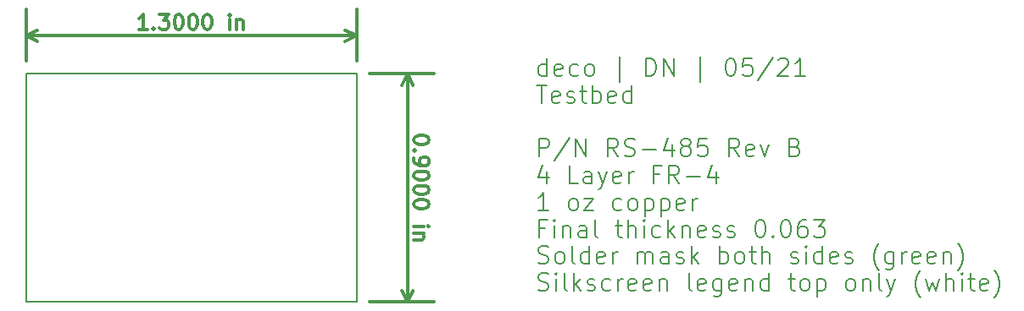
<source format=gbr>
%TF.GenerationSoftware,KiCad,Pcbnew,4.0.2-stable*%
%TF.CreationDate,2021-11-11T14:40:34-08:00*%
%TF.ProjectId,RS485,52533438352E6B696361645F70636200,rev?*%
%TF.FileFunction,Drawing*%
%FSLAX46Y46*%
G04 Gerber Fmt 4.6, Leading zero omitted, Abs format (unit mm)*
G04 Created by KiCad (PCBNEW 4.0.2-stable) date 11/11/2021 2:40:34 PM*
%MOMM*%
G01*
G04 APERTURE LIST*
%ADD10C,0.100000*%
%ADD11C,0.203200*%
%ADD12C,0.300000*%
%ADD13C,0.150000*%
G04 APERTURE END LIST*
D10*
D11*
X222165333Y-85284733D02*
X222165333Y-83506733D01*
X222165333Y-85200067D02*
X221996000Y-85284733D01*
X221657333Y-85284733D01*
X221488000Y-85200067D01*
X221403333Y-85115400D01*
X221318667Y-84946067D01*
X221318667Y-84438067D01*
X221403333Y-84268733D01*
X221488000Y-84184067D01*
X221657333Y-84099400D01*
X221996000Y-84099400D01*
X222165333Y-84184067D01*
X223689334Y-85200067D02*
X223520000Y-85284733D01*
X223181334Y-85284733D01*
X223012000Y-85200067D01*
X222927334Y-85030733D01*
X222927334Y-84353400D01*
X223012000Y-84184067D01*
X223181334Y-84099400D01*
X223520000Y-84099400D01*
X223689334Y-84184067D01*
X223774000Y-84353400D01*
X223774000Y-84522733D01*
X222927334Y-84692067D01*
X225298000Y-85200067D02*
X225128667Y-85284733D01*
X224790000Y-85284733D01*
X224620667Y-85200067D01*
X224536000Y-85115400D01*
X224451334Y-84946067D01*
X224451334Y-84438067D01*
X224536000Y-84268733D01*
X224620667Y-84184067D01*
X224790000Y-84099400D01*
X225128667Y-84099400D01*
X225298000Y-84184067D01*
X226314000Y-85284733D02*
X226144667Y-85200067D01*
X226060000Y-85115400D01*
X225975334Y-84946067D01*
X225975334Y-84438067D01*
X226060000Y-84268733D01*
X226144667Y-84184067D01*
X226314000Y-84099400D01*
X226568000Y-84099400D01*
X226737334Y-84184067D01*
X226822000Y-84268733D01*
X226906667Y-84438067D01*
X226906667Y-84946067D01*
X226822000Y-85115400D01*
X226737334Y-85200067D01*
X226568000Y-85284733D01*
X226314000Y-85284733D01*
X229446668Y-85877400D02*
X229446668Y-83337400D01*
X232071334Y-85284733D02*
X232071334Y-83506733D01*
X232494668Y-83506733D01*
X232748668Y-83591400D01*
X232918001Y-83760733D01*
X233002668Y-83930067D01*
X233087334Y-84268733D01*
X233087334Y-84522733D01*
X233002668Y-84861400D01*
X232918001Y-85030733D01*
X232748668Y-85200067D01*
X232494668Y-85284733D01*
X232071334Y-85284733D01*
X233849334Y-85284733D02*
X233849334Y-83506733D01*
X234865334Y-85284733D01*
X234865334Y-83506733D01*
X237490002Y-85877400D02*
X237490002Y-83337400D01*
X240453335Y-83506733D02*
X240622668Y-83506733D01*
X240792002Y-83591400D01*
X240876668Y-83676067D01*
X240961335Y-83845400D01*
X241046002Y-84184067D01*
X241046002Y-84607400D01*
X240961335Y-84946067D01*
X240876668Y-85115400D01*
X240792002Y-85200067D01*
X240622668Y-85284733D01*
X240453335Y-85284733D01*
X240284002Y-85200067D01*
X240199335Y-85115400D01*
X240114668Y-84946067D01*
X240030002Y-84607400D01*
X240030002Y-84184067D01*
X240114668Y-83845400D01*
X240199335Y-83676067D01*
X240284002Y-83591400D01*
X240453335Y-83506733D01*
X242654668Y-83506733D02*
X241808001Y-83506733D01*
X241723335Y-84353400D01*
X241808001Y-84268733D01*
X241977335Y-84184067D01*
X242400668Y-84184067D01*
X242570001Y-84268733D01*
X242654668Y-84353400D01*
X242739335Y-84522733D01*
X242739335Y-84946067D01*
X242654668Y-85115400D01*
X242570001Y-85200067D01*
X242400668Y-85284733D01*
X241977335Y-85284733D01*
X241808001Y-85200067D01*
X241723335Y-85115400D01*
X244771334Y-83422067D02*
X243247334Y-85708067D01*
X245279335Y-83676067D02*
X245364001Y-83591400D01*
X245533335Y-83506733D01*
X245956668Y-83506733D01*
X246126001Y-83591400D01*
X246210668Y-83676067D01*
X246295335Y-83845400D01*
X246295335Y-84014733D01*
X246210668Y-84268733D01*
X245194668Y-85284733D01*
X246295335Y-85284733D01*
X247988668Y-85284733D02*
X246972668Y-85284733D01*
X247480668Y-85284733D02*
X247480668Y-83506733D01*
X247311334Y-83760733D01*
X247142001Y-83930067D01*
X246972668Y-84014733D01*
X221149333Y-86199133D02*
X222165333Y-86199133D01*
X221657333Y-87977133D02*
X221657333Y-86199133D01*
X223435334Y-87892467D02*
X223266000Y-87977133D01*
X222927334Y-87977133D01*
X222758000Y-87892467D01*
X222673334Y-87723133D01*
X222673334Y-87045800D01*
X222758000Y-86876467D01*
X222927334Y-86791800D01*
X223266000Y-86791800D01*
X223435334Y-86876467D01*
X223520000Y-87045800D01*
X223520000Y-87215133D01*
X222673334Y-87384467D01*
X224197334Y-87892467D02*
X224366667Y-87977133D01*
X224705334Y-87977133D01*
X224874667Y-87892467D01*
X224959334Y-87723133D01*
X224959334Y-87638467D01*
X224874667Y-87469133D01*
X224705334Y-87384467D01*
X224451334Y-87384467D01*
X224282000Y-87299800D01*
X224197334Y-87130467D01*
X224197334Y-87045800D01*
X224282000Y-86876467D01*
X224451334Y-86791800D01*
X224705334Y-86791800D01*
X224874667Y-86876467D01*
X225467333Y-86791800D02*
X226144667Y-86791800D01*
X225721333Y-86199133D02*
X225721333Y-87723133D01*
X225806000Y-87892467D01*
X225975333Y-87977133D01*
X226144667Y-87977133D01*
X226737333Y-87977133D02*
X226737333Y-86199133D01*
X226737333Y-86876467D02*
X226906667Y-86791800D01*
X227245333Y-86791800D01*
X227414667Y-86876467D01*
X227499333Y-86961133D01*
X227584000Y-87130467D01*
X227584000Y-87638467D01*
X227499333Y-87807800D01*
X227414667Y-87892467D01*
X227245333Y-87977133D01*
X226906667Y-87977133D01*
X226737333Y-87892467D01*
X229023334Y-87892467D02*
X228854000Y-87977133D01*
X228515334Y-87977133D01*
X228346000Y-87892467D01*
X228261334Y-87723133D01*
X228261334Y-87045800D01*
X228346000Y-86876467D01*
X228515334Y-86791800D01*
X228854000Y-86791800D01*
X229023334Y-86876467D01*
X229108000Y-87045800D01*
X229108000Y-87215133D01*
X228261334Y-87384467D01*
X230632000Y-87977133D02*
X230632000Y-86199133D01*
X230632000Y-87892467D02*
X230462667Y-87977133D01*
X230124000Y-87977133D01*
X229954667Y-87892467D01*
X229870000Y-87807800D01*
X229785334Y-87638467D01*
X229785334Y-87130467D01*
X229870000Y-86961133D01*
X229954667Y-86876467D01*
X230124000Y-86791800D01*
X230462667Y-86791800D01*
X230632000Y-86876467D01*
X221403333Y-93361933D02*
X221403333Y-91583933D01*
X222080667Y-91583933D01*
X222250000Y-91668600D01*
X222334667Y-91753267D01*
X222419333Y-91922600D01*
X222419333Y-92176600D01*
X222334667Y-92345933D01*
X222250000Y-92430600D01*
X222080667Y-92515267D01*
X221403333Y-92515267D01*
X224451333Y-91499267D02*
X222927333Y-93785267D01*
X225044000Y-93361933D02*
X225044000Y-91583933D01*
X226060000Y-93361933D01*
X226060000Y-91583933D01*
X229277334Y-93361933D02*
X228684668Y-92515267D01*
X228261334Y-93361933D02*
X228261334Y-91583933D01*
X228938668Y-91583933D01*
X229108001Y-91668600D01*
X229192668Y-91753267D01*
X229277334Y-91922600D01*
X229277334Y-92176600D01*
X229192668Y-92345933D01*
X229108001Y-92430600D01*
X228938668Y-92515267D01*
X228261334Y-92515267D01*
X229954668Y-93277267D02*
X230208668Y-93361933D01*
X230632001Y-93361933D01*
X230801334Y-93277267D01*
X230886001Y-93192600D01*
X230970668Y-93023267D01*
X230970668Y-92853933D01*
X230886001Y-92684600D01*
X230801334Y-92599933D01*
X230632001Y-92515267D01*
X230293334Y-92430600D01*
X230124001Y-92345933D01*
X230039334Y-92261267D01*
X229954668Y-92091933D01*
X229954668Y-91922600D01*
X230039334Y-91753267D01*
X230124001Y-91668600D01*
X230293334Y-91583933D01*
X230716668Y-91583933D01*
X230970668Y-91668600D01*
X231732667Y-92684600D02*
X233087334Y-92684600D01*
X234696000Y-92176600D02*
X234696000Y-93361933D01*
X234272667Y-91499267D02*
X233849334Y-92769267D01*
X234950000Y-92769267D01*
X235881333Y-92345933D02*
X235712000Y-92261267D01*
X235627333Y-92176600D01*
X235542667Y-92007267D01*
X235542667Y-91922600D01*
X235627333Y-91753267D01*
X235712000Y-91668600D01*
X235881333Y-91583933D01*
X236220000Y-91583933D01*
X236389333Y-91668600D01*
X236474000Y-91753267D01*
X236558667Y-91922600D01*
X236558667Y-92007267D01*
X236474000Y-92176600D01*
X236389333Y-92261267D01*
X236220000Y-92345933D01*
X235881333Y-92345933D01*
X235712000Y-92430600D01*
X235627333Y-92515267D01*
X235542667Y-92684600D01*
X235542667Y-93023267D01*
X235627333Y-93192600D01*
X235712000Y-93277267D01*
X235881333Y-93361933D01*
X236220000Y-93361933D01*
X236389333Y-93277267D01*
X236474000Y-93192600D01*
X236558667Y-93023267D01*
X236558667Y-92684600D01*
X236474000Y-92515267D01*
X236389333Y-92430600D01*
X236220000Y-92345933D01*
X238167333Y-91583933D02*
X237320666Y-91583933D01*
X237236000Y-92430600D01*
X237320666Y-92345933D01*
X237490000Y-92261267D01*
X237913333Y-92261267D01*
X238082666Y-92345933D01*
X238167333Y-92430600D01*
X238252000Y-92599933D01*
X238252000Y-93023267D01*
X238167333Y-93192600D01*
X238082666Y-93277267D01*
X237913333Y-93361933D01*
X237490000Y-93361933D01*
X237320666Y-93277267D01*
X237236000Y-93192600D01*
X241384666Y-93361933D02*
X240792000Y-92515267D01*
X240368666Y-93361933D02*
X240368666Y-91583933D01*
X241046000Y-91583933D01*
X241215333Y-91668600D01*
X241300000Y-91753267D01*
X241384666Y-91922600D01*
X241384666Y-92176600D01*
X241300000Y-92345933D01*
X241215333Y-92430600D01*
X241046000Y-92515267D01*
X240368666Y-92515267D01*
X242824000Y-93277267D02*
X242654666Y-93361933D01*
X242316000Y-93361933D01*
X242146666Y-93277267D01*
X242062000Y-93107933D01*
X242062000Y-92430600D01*
X242146666Y-92261267D01*
X242316000Y-92176600D01*
X242654666Y-92176600D01*
X242824000Y-92261267D01*
X242908666Y-92430600D01*
X242908666Y-92599933D01*
X242062000Y-92769267D01*
X243501333Y-92176600D02*
X243924666Y-93361933D01*
X244348000Y-92176600D01*
X246972667Y-92430600D02*
X247226667Y-92515267D01*
X247311334Y-92599933D01*
X247396000Y-92769267D01*
X247396000Y-93023267D01*
X247311334Y-93192600D01*
X247226667Y-93277267D01*
X247057334Y-93361933D01*
X246380000Y-93361933D01*
X246380000Y-91583933D01*
X246972667Y-91583933D01*
X247142000Y-91668600D01*
X247226667Y-91753267D01*
X247311334Y-91922600D01*
X247311334Y-92091933D01*
X247226667Y-92261267D01*
X247142000Y-92345933D01*
X246972667Y-92430600D01*
X246380000Y-92430600D01*
X222165333Y-94869000D02*
X222165333Y-96054333D01*
X221742000Y-94191667D02*
X221318667Y-95461667D01*
X222419333Y-95461667D01*
X225298000Y-96054333D02*
X224451333Y-96054333D01*
X224451333Y-94276333D01*
X226652666Y-96054333D02*
X226652666Y-95123000D01*
X226568000Y-94953667D01*
X226398666Y-94869000D01*
X226060000Y-94869000D01*
X225890666Y-94953667D01*
X226652666Y-95969667D02*
X226483333Y-96054333D01*
X226060000Y-96054333D01*
X225890666Y-95969667D01*
X225806000Y-95800333D01*
X225806000Y-95631000D01*
X225890666Y-95461667D01*
X226060000Y-95377000D01*
X226483333Y-95377000D01*
X226652666Y-95292333D01*
X227330000Y-94869000D02*
X227753333Y-96054333D01*
X228176667Y-94869000D02*
X227753333Y-96054333D01*
X227584000Y-96477667D01*
X227499333Y-96562333D01*
X227330000Y-96647000D01*
X229531334Y-95969667D02*
X229362000Y-96054333D01*
X229023334Y-96054333D01*
X228854000Y-95969667D01*
X228769334Y-95800333D01*
X228769334Y-95123000D01*
X228854000Y-94953667D01*
X229023334Y-94869000D01*
X229362000Y-94869000D01*
X229531334Y-94953667D01*
X229616000Y-95123000D01*
X229616000Y-95292333D01*
X228769334Y-95461667D01*
X230378000Y-96054333D02*
X230378000Y-94869000D01*
X230378000Y-95207667D02*
X230462667Y-95038333D01*
X230547334Y-94953667D01*
X230716667Y-94869000D01*
X230886000Y-94869000D01*
X233426001Y-95123000D02*
X232833334Y-95123000D01*
X232833334Y-96054333D02*
X232833334Y-94276333D01*
X233680001Y-94276333D01*
X235373334Y-96054333D02*
X234780668Y-95207667D01*
X234357334Y-96054333D02*
X234357334Y-94276333D01*
X235034668Y-94276333D01*
X235204001Y-94361000D01*
X235288668Y-94445667D01*
X235373334Y-94615000D01*
X235373334Y-94869000D01*
X235288668Y-95038333D01*
X235204001Y-95123000D01*
X235034668Y-95207667D01*
X234357334Y-95207667D01*
X236135334Y-95377000D02*
X237490001Y-95377000D01*
X239098667Y-94869000D02*
X239098667Y-96054333D01*
X238675334Y-94191667D02*
X238252001Y-95461667D01*
X239352667Y-95461667D01*
X222334667Y-98746733D02*
X221318667Y-98746733D01*
X221826667Y-98746733D02*
X221826667Y-96968733D01*
X221657333Y-97222733D01*
X221488000Y-97392067D01*
X221318667Y-97476733D01*
X224705333Y-98746733D02*
X224536000Y-98662067D01*
X224451333Y-98577400D01*
X224366667Y-98408067D01*
X224366667Y-97900067D01*
X224451333Y-97730733D01*
X224536000Y-97646067D01*
X224705333Y-97561400D01*
X224959333Y-97561400D01*
X225128667Y-97646067D01*
X225213333Y-97730733D01*
X225298000Y-97900067D01*
X225298000Y-98408067D01*
X225213333Y-98577400D01*
X225128667Y-98662067D01*
X224959333Y-98746733D01*
X224705333Y-98746733D01*
X225890667Y-97561400D02*
X226822000Y-97561400D01*
X225890667Y-98746733D01*
X226822000Y-98746733D01*
X229616000Y-98662067D02*
X229446667Y-98746733D01*
X229108000Y-98746733D01*
X228938667Y-98662067D01*
X228854000Y-98577400D01*
X228769334Y-98408067D01*
X228769334Y-97900067D01*
X228854000Y-97730733D01*
X228938667Y-97646067D01*
X229108000Y-97561400D01*
X229446667Y-97561400D01*
X229616000Y-97646067D01*
X230632000Y-98746733D02*
X230462667Y-98662067D01*
X230378000Y-98577400D01*
X230293334Y-98408067D01*
X230293334Y-97900067D01*
X230378000Y-97730733D01*
X230462667Y-97646067D01*
X230632000Y-97561400D01*
X230886000Y-97561400D01*
X231055334Y-97646067D01*
X231140000Y-97730733D01*
X231224667Y-97900067D01*
X231224667Y-98408067D01*
X231140000Y-98577400D01*
X231055334Y-98662067D01*
X230886000Y-98746733D01*
X230632000Y-98746733D01*
X231986667Y-97561400D02*
X231986667Y-99339400D01*
X231986667Y-97646067D02*
X232156001Y-97561400D01*
X232494667Y-97561400D01*
X232664001Y-97646067D01*
X232748667Y-97730733D01*
X232833334Y-97900067D01*
X232833334Y-98408067D01*
X232748667Y-98577400D01*
X232664001Y-98662067D01*
X232494667Y-98746733D01*
X232156001Y-98746733D01*
X231986667Y-98662067D01*
X233595334Y-97561400D02*
X233595334Y-99339400D01*
X233595334Y-97646067D02*
X233764668Y-97561400D01*
X234103334Y-97561400D01*
X234272668Y-97646067D01*
X234357334Y-97730733D01*
X234442001Y-97900067D01*
X234442001Y-98408067D01*
X234357334Y-98577400D01*
X234272668Y-98662067D01*
X234103334Y-98746733D01*
X233764668Y-98746733D01*
X233595334Y-98662067D01*
X235881335Y-98662067D02*
X235712001Y-98746733D01*
X235373335Y-98746733D01*
X235204001Y-98662067D01*
X235119335Y-98492733D01*
X235119335Y-97815400D01*
X235204001Y-97646067D01*
X235373335Y-97561400D01*
X235712001Y-97561400D01*
X235881335Y-97646067D01*
X235966001Y-97815400D01*
X235966001Y-97984733D01*
X235119335Y-98154067D01*
X236728001Y-98746733D02*
X236728001Y-97561400D01*
X236728001Y-97900067D02*
X236812668Y-97730733D01*
X236897335Y-97646067D01*
X237066668Y-97561400D01*
X237236001Y-97561400D01*
X221996000Y-100507800D02*
X221403333Y-100507800D01*
X221403333Y-101439133D02*
X221403333Y-99661133D01*
X222250000Y-99661133D01*
X222927333Y-101439133D02*
X222927333Y-100253800D01*
X222927333Y-99661133D02*
X222842667Y-99745800D01*
X222927333Y-99830467D01*
X223012000Y-99745800D01*
X222927333Y-99661133D01*
X222927333Y-99830467D01*
X223774000Y-100253800D02*
X223774000Y-101439133D01*
X223774000Y-100423133D02*
X223858667Y-100338467D01*
X224028000Y-100253800D01*
X224282000Y-100253800D01*
X224451334Y-100338467D01*
X224536000Y-100507800D01*
X224536000Y-101439133D01*
X226144667Y-101439133D02*
X226144667Y-100507800D01*
X226060001Y-100338467D01*
X225890667Y-100253800D01*
X225552001Y-100253800D01*
X225382667Y-100338467D01*
X226144667Y-101354467D02*
X225975334Y-101439133D01*
X225552001Y-101439133D01*
X225382667Y-101354467D01*
X225298001Y-101185133D01*
X225298001Y-101015800D01*
X225382667Y-100846467D01*
X225552001Y-100761800D01*
X225975334Y-100761800D01*
X226144667Y-100677133D01*
X227245334Y-101439133D02*
X227076001Y-101354467D01*
X226991334Y-101185133D01*
X226991334Y-99661133D01*
X229023334Y-100253800D02*
X229700668Y-100253800D01*
X229277334Y-99661133D02*
X229277334Y-101185133D01*
X229362001Y-101354467D01*
X229531334Y-101439133D01*
X229700668Y-101439133D01*
X230293334Y-101439133D02*
X230293334Y-99661133D01*
X231055334Y-101439133D02*
X231055334Y-100507800D01*
X230970668Y-100338467D01*
X230801334Y-100253800D01*
X230547334Y-100253800D01*
X230378001Y-100338467D01*
X230293334Y-100423133D01*
X231902001Y-101439133D02*
X231902001Y-100253800D01*
X231902001Y-99661133D02*
X231817335Y-99745800D01*
X231902001Y-99830467D01*
X231986668Y-99745800D01*
X231902001Y-99661133D01*
X231902001Y-99830467D01*
X233510668Y-101354467D02*
X233341335Y-101439133D01*
X233002668Y-101439133D01*
X232833335Y-101354467D01*
X232748668Y-101269800D01*
X232664002Y-101100467D01*
X232664002Y-100592467D01*
X232748668Y-100423133D01*
X232833335Y-100338467D01*
X233002668Y-100253800D01*
X233341335Y-100253800D01*
X233510668Y-100338467D01*
X234272668Y-101439133D02*
X234272668Y-99661133D01*
X234442002Y-100761800D02*
X234950002Y-101439133D01*
X234950002Y-100253800D02*
X234272668Y-100931133D01*
X235712001Y-100253800D02*
X235712001Y-101439133D01*
X235712001Y-100423133D02*
X235796668Y-100338467D01*
X235966001Y-100253800D01*
X236220001Y-100253800D01*
X236389335Y-100338467D01*
X236474001Y-100507800D01*
X236474001Y-101439133D01*
X237998002Y-101354467D02*
X237828668Y-101439133D01*
X237490002Y-101439133D01*
X237320668Y-101354467D01*
X237236002Y-101185133D01*
X237236002Y-100507800D01*
X237320668Y-100338467D01*
X237490002Y-100253800D01*
X237828668Y-100253800D01*
X237998002Y-100338467D01*
X238082668Y-100507800D01*
X238082668Y-100677133D01*
X237236002Y-100846467D01*
X238760002Y-101354467D02*
X238929335Y-101439133D01*
X239268002Y-101439133D01*
X239437335Y-101354467D01*
X239522002Y-101185133D01*
X239522002Y-101100467D01*
X239437335Y-100931133D01*
X239268002Y-100846467D01*
X239014002Y-100846467D01*
X238844668Y-100761800D01*
X238760002Y-100592467D01*
X238760002Y-100507800D01*
X238844668Y-100338467D01*
X239014002Y-100253800D01*
X239268002Y-100253800D01*
X239437335Y-100338467D01*
X240199335Y-101354467D02*
X240368668Y-101439133D01*
X240707335Y-101439133D01*
X240876668Y-101354467D01*
X240961335Y-101185133D01*
X240961335Y-101100467D01*
X240876668Y-100931133D01*
X240707335Y-100846467D01*
X240453335Y-100846467D01*
X240284001Y-100761800D01*
X240199335Y-100592467D01*
X240199335Y-100507800D01*
X240284001Y-100338467D01*
X240453335Y-100253800D01*
X240707335Y-100253800D01*
X240876668Y-100338467D01*
X243416668Y-99661133D02*
X243586001Y-99661133D01*
X243755335Y-99745800D01*
X243840001Y-99830467D01*
X243924668Y-99999800D01*
X244009335Y-100338467D01*
X244009335Y-100761800D01*
X243924668Y-101100467D01*
X243840001Y-101269800D01*
X243755335Y-101354467D01*
X243586001Y-101439133D01*
X243416668Y-101439133D01*
X243247335Y-101354467D01*
X243162668Y-101269800D01*
X243078001Y-101100467D01*
X242993335Y-100761800D01*
X242993335Y-100338467D01*
X243078001Y-99999800D01*
X243162668Y-99830467D01*
X243247335Y-99745800D01*
X243416668Y-99661133D01*
X244771334Y-101269800D02*
X244856001Y-101354467D01*
X244771334Y-101439133D01*
X244686668Y-101354467D01*
X244771334Y-101269800D01*
X244771334Y-101439133D01*
X245956668Y-99661133D02*
X246126001Y-99661133D01*
X246295335Y-99745800D01*
X246380001Y-99830467D01*
X246464668Y-99999800D01*
X246549335Y-100338467D01*
X246549335Y-100761800D01*
X246464668Y-101100467D01*
X246380001Y-101269800D01*
X246295335Y-101354467D01*
X246126001Y-101439133D01*
X245956668Y-101439133D01*
X245787335Y-101354467D01*
X245702668Y-101269800D01*
X245618001Y-101100467D01*
X245533335Y-100761800D01*
X245533335Y-100338467D01*
X245618001Y-99999800D01*
X245702668Y-99830467D01*
X245787335Y-99745800D01*
X245956668Y-99661133D01*
X248073334Y-99661133D02*
X247734668Y-99661133D01*
X247565334Y-99745800D01*
X247480668Y-99830467D01*
X247311334Y-100084467D01*
X247226668Y-100423133D01*
X247226668Y-101100467D01*
X247311334Y-101269800D01*
X247396001Y-101354467D01*
X247565334Y-101439133D01*
X247904001Y-101439133D01*
X248073334Y-101354467D01*
X248158001Y-101269800D01*
X248242668Y-101100467D01*
X248242668Y-100677133D01*
X248158001Y-100507800D01*
X248073334Y-100423133D01*
X247904001Y-100338467D01*
X247565334Y-100338467D01*
X247396001Y-100423133D01*
X247311334Y-100507800D01*
X247226668Y-100677133D01*
X248835334Y-99661133D02*
X249936001Y-99661133D01*
X249343334Y-100338467D01*
X249597334Y-100338467D01*
X249766667Y-100423133D01*
X249851334Y-100507800D01*
X249936001Y-100677133D01*
X249936001Y-101100467D01*
X249851334Y-101269800D01*
X249766667Y-101354467D01*
X249597334Y-101439133D01*
X249089334Y-101439133D01*
X248920001Y-101354467D01*
X248835334Y-101269800D01*
X221318667Y-104046867D02*
X221572667Y-104131533D01*
X221996000Y-104131533D01*
X222165333Y-104046867D01*
X222250000Y-103962200D01*
X222334667Y-103792867D01*
X222334667Y-103623533D01*
X222250000Y-103454200D01*
X222165333Y-103369533D01*
X221996000Y-103284867D01*
X221657333Y-103200200D01*
X221488000Y-103115533D01*
X221403333Y-103030867D01*
X221318667Y-102861533D01*
X221318667Y-102692200D01*
X221403333Y-102522867D01*
X221488000Y-102438200D01*
X221657333Y-102353533D01*
X222080667Y-102353533D01*
X222334667Y-102438200D01*
X223350666Y-104131533D02*
X223181333Y-104046867D01*
X223096666Y-103962200D01*
X223012000Y-103792867D01*
X223012000Y-103284867D01*
X223096666Y-103115533D01*
X223181333Y-103030867D01*
X223350666Y-102946200D01*
X223604666Y-102946200D01*
X223774000Y-103030867D01*
X223858666Y-103115533D01*
X223943333Y-103284867D01*
X223943333Y-103792867D01*
X223858666Y-103962200D01*
X223774000Y-104046867D01*
X223604666Y-104131533D01*
X223350666Y-104131533D01*
X224959333Y-104131533D02*
X224790000Y-104046867D01*
X224705333Y-103877533D01*
X224705333Y-102353533D01*
X226398666Y-104131533D02*
X226398666Y-102353533D01*
X226398666Y-104046867D02*
X226229333Y-104131533D01*
X225890666Y-104131533D01*
X225721333Y-104046867D01*
X225636666Y-103962200D01*
X225552000Y-103792867D01*
X225552000Y-103284867D01*
X225636666Y-103115533D01*
X225721333Y-103030867D01*
X225890666Y-102946200D01*
X226229333Y-102946200D01*
X226398666Y-103030867D01*
X227922667Y-104046867D02*
X227753333Y-104131533D01*
X227414667Y-104131533D01*
X227245333Y-104046867D01*
X227160667Y-103877533D01*
X227160667Y-103200200D01*
X227245333Y-103030867D01*
X227414667Y-102946200D01*
X227753333Y-102946200D01*
X227922667Y-103030867D01*
X228007333Y-103200200D01*
X228007333Y-103369533D01*
X227160667Y-103538867D01*
X228769333Y-104131533D02*
X228769333Y-102946200D01*
X228769333Y-103284867D02*
X228854000Y-103115533D01*
X228938667Y-103030867D01*
X229108000Y-102946200D01*
X229277333Y-102946200D01*
X231224667Y-104131533D02*
X231224667Y-102946200D01*
X231224667Y-103115533D02*
X231309334Y-103030867D01*
X231478667Y-102946200D01*
X231732667Y-102946200D01*
X231902001Y-103030867D01*
X231986667Y-103200200D01*
X231986667Y-104131533D01*
X231986667Y-103200200D02*
X232071334Y-103030867D01*
X232240667Y-102946200D01*
X232494667Y-102946200D01*
X232664001Y-103030867D01*
X232748667Y-103200200D01*
X232748667Y-104131533D01*
X234357334Y-104131533D02*
X234357334Y-103200200D01*
X234272668Y-103030867D01*
X234103334Y-102946200D01*
X233764668Y-102946200D01*
X233595334Y-103030867D01*
X234357334Y-104046867D02*
X234188001Y-104131533D01*
X233764668Y-104131533D01*
X233595334Y-104046867D01*
X233510668Y-103877533D01*
X233510668Y-103708200D01*
X233595334Y-103538867D01*
X233764668Y-103454200D01*
X234188001Y-103454200D01*
X234357334Y-103369533D01*
X235119335Y-104046867D02*
X235288668Y-104131533D01*
X235627335Y-104131533D01*
X235796668Y-104046867D01*
X235881335Y-103877533D01*
X235881335Y-103792867D01*
X235796668Y-103623533D01*
X235627335Y-103538867D01*
X235373335Y-103538867D01*
X235204001Y-103454200D01*
X235119335Y-103284867D01*
X235119335Y-103200200D01*
X235204001Y-103030867D01*
X235373335Y-102946200D01*
X235627335Y-102946200D01*
X235796668Y-103030867D01*
X236643334Y-104131533D02*
X236643334Y-102353533D01*
X236812668Y-103454200D02*
X237320668Y-104131533D01*
X237320668Y-102946200D02*
X236643334Y-103623533D01*
X239437334Y-104131533D02*
X239437334Y-102353533D01*
X239437334Y-103030867D02*
X239606668Y-102946200D01*
X239945334Y-102946200D01*
X240114668Y-103030867D01*
X240199334Y-103115533D01*
X240284001Y-103284867D01*
X240284001Y-103792867D01*
X240199334Y-103962200D01*
X240114668Y-104046867D01*
X239945334Y-104131533D01*
X239606668Y-104131533D01*
X239437334Y-104046867D01*
X241300001Y-104131533D02*
X241130668Y-104046867D01*
X241046001Y-103962200D01*
X240961335Y-103792867D01*
X240961335Y-103284867D01*
X241046001Y-103115533D01*
X241130668Y-103030867D01*
X241300001Y-102946200D01*
X241554001Y-102946200D01*
X241723335Y-103030867D01*
X241808001Y-103115533D01*
X241892668Y-103284867D01*
X241892668Y-103792867D01*
X241808001Y-103962200D01*
X241723335Y-104046867D01*
X241554001Y-104131533D01*
X241300001Y-104131533D01*
X242400668Y-102946200D02*
X243078002Y-102946200D01*
X242654668Y-102353533D02*
X242654668Y-103877533D01*
X242739335Y-104046867D01*
X242908668Y-104131533D01*
X243078002Y-104131533D01*
X243670668Y-104131533D02*
X243670668Y-102353533D01*
X244432668Y-104131533D02*
X244432668Y-103200200D01*
X244348002Y-103030867D01*
X244178668Y-102946200D01*
X243924668Y-102946200D01*
X243755335Y-103030867D01*
X243670668Y-103115533D01*
X246549336Y-104046867D02*
X246718669Y-104131533D01*
X247057336Y-104131533D01*
X247226669Y-104046867D01*
X247311336Y-103877533D01*
X247311336Y-103792867D01*
X247226669Y-103623533D01*
X247057336Y-103538867D01*
X246803336Y-103538867D01*
X246634002Y-103454200D01*
X246549336Y-103284867D01*
X246549336Y-103200200D01*
X246634002Y-103030867D01*
X246803336Y-102946200D01*
X247057336Y-102946200D01*
X247226669Y-103030867D01*
X248073335Y-104131533D02*
X248073335Y-102946200D01*
X248073335Y-102353533D02*
X247988669Y-102438200D01*
X248073335Y-102522867D01*
X248158002Y-102438200D01*
X248073335Y-102353533D01*
X248073335Y-102522867D01*
X249682002Y-104131533D02*
X249682002Y-102353533D01*
X249682002Y-104046867D02*
X249512669Y-104131533D01*
X249174002Y-104131533D01*
X249004669Y-104046867D01*
X248920002Y-103962200D01*
X248835336Y-103792867D01*
X248835336Y-103284867D01*
X248920002Y-103115533D01*
X249004669Y-103030867D01*
X249174002Y-102946200D01*
X249512669Y-102946200D01*
X249682002Y-103030867D01*
X251206003Y-104046867D02*
X251036669Y-104131533D01*
X250698003Y-104131533D01*
X250528669Y-104046867D01*
X250444003Y-103877533D01*
X250444003Y-103200200D01*
X250528669Y-103030867D01*
X250698003Y-102946200D01*
X251036669Y-102946200D01*
X251206003Y-103030867D01*
X251290669Y-103200200D01*
X251290669Y-103369533D01*
X250444003Y-103538867D01*
X251968003Y-104046867D02*
X252137336Y-104131533D01*
X252476003Y-104131533D01*
X252645336Y-104046867D01*
X252730003Y-103877533D01*
X252730003Y-103792867D01*
X252645336Y-103623533D01*
X252476003Y-103538867D01*
X252222003Y-103538867D01*
X252052669Y-103454200D01*
X251968003Y-103284867D01*
X251968003Y-103200200D01*
X252052669Y-103030867D01*
X252222003Y-102946200D01*
X252476003Y-102946200D01*
X252645336Y-103030867D01*
X255354669Y-104808867D02*
X255270003Y-104724200D01*
X255100669Y-104470200D01*
X255016003Y-104300867D01*
X254931336Y-104046867D01*
X254846669Y-103623533D01*
X254846669Y-103284867D01*
X254931336Y-102861533D01*
X255016003Y-102607533D01*
X255100669Y-102438200D01*
X255270003Y-102184200D01*
X255354669Y-102099533D01*
X256794002Y-102946200D02*
X256794002Y-104385533D01*
X256709336Y-104554867D01*
X256624669Y-104639533D01*
X256455336Y-104724200D01*
X256201336Y-104724200D01*
X256032002Y-104639533D01*
X256794002Y-104046867D02*
X256624669Y-104131533D01*
X256286002Y-104131533D01*
X256116669Y-104046867D01*
X256032002Y-103962200D01*
X255947336Y-103792867D01*
X255947336Y-103284867D01*
X256032002Y-103115533D01*
X256116669Y-103030867D01*
X256286002Y-102946200D01*
X256624669Y-102946200D01*
X256794002Y-103030867D01*
X257640669Y-104131533D02*
X257640669Y-102946200D01*
X257640669Y-103284867D02*
X257725336Y-103115533D01*
X257810003Y-103030867D01*
X257979336Y-102946200D01*
X258148669Y-102946200D01*
X259418670Y-104046867D02*
X259249336Y-104131533D01*
X258910670Y-104131533D01*
X258741336Y-104046867D01*
X258656670Y-103877533D01*
X258656670Y-103200200D01*
X258741336Y-103030867D01*
X258910670Y-102946200D01*
X259249336Y-102946200D01*
X259418670Y-103030867D01*
X259503336Y-103200200D01*
X259503336Y-103369533D01*
X258656670Y-103538867D01*
X260942670Y-104046867D02*
X260773336Y-104131533D01*
X260434670Y-104131533D01*
X260265336Y-104046867D01*
X260180670Y-103877533D01*
X260180670Y-103200200D01*
X260265336Y-103030867D01*
X260434670Y-102946200D01*
X260773336Y-102946200D01*
X260942670Y-103030867D01*
X261027336Y-103200200D01*
X261027336Y-103369533D01*
X260180670Y-103538867D01*
X261789336Y-102946200D02*
X261789336Y-104131533D01*
X261789336Y-103115533D02*
X261874003Y-103030867D01*
X262043336Y-102946200D01*
X262297336Y-102946200D01*
X262466670Y-103030867D01*
X262551336Y-103200200D01*
X262551336Y-104131533D01*
X263228670Y-104808867D02*
X263313337Y-104724200D01*
X263482670Y-104470200D01*
X263567337Y-104300867D01*
X263652003Y-104046867D01*
X263736670Y-103623533D01*
X263736670Y-103284867D01*
X263652003Y-102861533D01*
X263567337Y-102607533D01*
X263482670Y-102438200D01*
X263313337Y-102184200D01*
X263228670Y-102099533D01*
X221318667Y-106739267D02*
X221572667Y-106823933D01*
X221996000Y-106823933D01*
X222165333Y-106739267D01*
X222250000Y-106654600D01*
X222334667Y-106485267D01*
X222334667Y-106315933D01*
X222250000Y-106146600D01*
X222165333Y-106061933D01*
X221996000Y-105977267D01*
X221657333Y-105892600D01*
X221488000Y-105807933D01*
X221403333Y-105723267D01*
X221318667Y-105553933D01*
X221318667Y-105384600D01*
X221403333Y-105215267D01*
X221488000Y-105130600D01*
X221657333Y-105045933D01*
X222080667Y-105045933D01*
X222334667Y-105130600D01*
X223096666Y-106823933D02*
X223096666Y-105638600D01*
X223096666Y-105045933D02*
X223012000Y-105130600D01*
X223096666Y-105215267D01*
X223181333Y-105130600D01*
X223096666Y-105045933D01*
X223096666Y-105215267D01*
X224197333Y-106823933D02*
X224028000Y-106739267D01*
X223943333Y-106569933D01*
X223943333Y-105045933D01*
X224874666Y-106823933D02*
X224874666Y-105045933D01*
X225044000Y-106146600D02*
X225552000Y-106823933D01*
X225552000Y-105638600D02*
X224874666Y-106315933D01*
X226229333Y-106739267D02*
X226398666Y-106823933D01*
X226737333Y-106823933D01*
X226906666Y-106739267D01*
X226991333Y-106569933D01*
X226991333Y-106485267D01*
X226906666Y-106315933D01*
X226737333Y-106231267D01*
X226483333Y-106231267D01*
X226313999Y-106146600D01*
X226229333Y-105977267D01*
X226229333Y-105892600D01*
X226313999Y-105723267D01*
X226483333Y-105638600D01*
X226737333Y-105638600D01*
X226906666Y-105723267D01*
X228515332Y-106739267D02*
X228345999Y-106823933D01*
X228007332Y-106823933D01*
X227837999Y-106739267D01*
X227753332Y-106654600D01*
X227668666Y-106485267D01*
X227668666Y-105977267D01*
X227753332Y-105807933D01*
X227837999Y-105723267D01*
X228007332Y-105638600D01*
X228345999Y-105638600D01*
X228515332Y-105723267D01*
X229277332Y-106823933D02*
X229277332Y-105638600D01*
X229277332Y-105977267D02*
X229361999Y-105807933D01*
X229446666Y-105723267D01*
X229615999Y-105638600D01*
X229785332Y-105638600D01*
X231055333Y-106739267D02*
X230885999Y-106823933D01*
X230547333Y-106823933D01*
X230377999Y-106739267D01*
X230293333Y-106569933D01*
X230293333Y-105892600D01*
X230377999Y-105723267D01*
X230547333Y-105638600D01*
X230885999Y-105638600D01*
X231055333Y-105723267D01*
X231139999Y-105892600D01*
X231139999Y-106061933D01*
X230293333Y-106231267D01*
X232579333Y-106739267D02*
X232409999Y-106823933D01*
X232071333Y-106823933D01*
X231901999Y-106739267D01*
X231817333Y-106569933D01*
X231817333Y-105892600D01*
X231901999Y-105723267D01*
X232071333Y-105638600D01*
X232409999Y-105638600D01*
X232579333Y-105723267D01*
X232663999Y-105892600D01*
X232663999Y-106061933D01*
X231817333Y-106231267D01*
X233425999Y-105638600D02*
X233425999Y-106823933D01*
X233425999Y-105807933D02*
X233510666Y-105723267D01*
X233679999Y-105638600D01*
X233933999Y-105638600D01*
X234103333Y-105723267D01*
X234187999Y-105892600D01*
X234187999Y-106823933D01*
X236643333Y-106823933D02*
X236474000Y-106739267D01*
X236389333Y-106569933D01*
X236389333Y-105045933D01*
X237998000Y-106739267D02*
X237828666Y-106823933D01*
X237490000Y-106823933D01*
X237320666Y-106739267D01*
X237236000Y-106569933D01*
X237236000Y-105892600D01*
X237320666Y-105723267D01*
X237490000Y-105638600D01*
X237828666Y-105638600D01*
X237998000Y-105723267D01*
X238082666Y-105892600D01*
X238082666Y-106061933D01*
X237236000Y-106231267D01*
X239606666Y-105638600D02*
X239606666Y-107077933D01*
X239522000Y-107247267D01*
X239437333Y-107331933D01*
X239268000Y-107416600D01*
X239014000Y-107416600D01*
X238844666Y-107331933D01*
X239606666Y-106739267D02*
X239437333Y-106823933D01*
X239098666Y-106823933D01*
X238929333Y-106739267D01*
X238844666Y-106654600D01*
X238760000Y-106485267D01*
X238760000Y-105977267D01*
X238844666Y-105807933D01*
X238929333Y-105723267D01*
X239098666Y-105638600D01*
X239437333Y-105638600D01*
X239606666Y-105723267D01*
X241130667Y-106739267D02*
X240961333Y-106823933D01*
X240622667Y-106823933D01*
X240453333Y-106739267D01*
X240368667Y-106569933D01*
X240368667Y-105892600D01*
X240453333Y-105723267D01*
X240622667Y-105638600D01*
X240961333Y-105638600D01*
X241130667Y-105723267D01*
X241215333Y-105892600D01*
X241215333Y-106061933D01*
X240368667Y-106231267D01*
X241977333Y-105638600D02*
X241977333Y-106823933D01*
X241977333Y-105807933D02*
X242062000Y-105723267D01*
X242231333Y-105638600D01*
X242485333Y-105638600D01*
X242654667Y-105723267D01*
X242739333Y-105892600D01*
X242739333Y-106823933D01*
X244348000Y-106823933D02*
X244348000Y-105045933D01*
X244348000Y-106739267D02*
X244178667Y-106823933D01*
X243840000Y-106823933D01*
X243670667Y-106739267D01*
X243586000Y-106654600D01*
X243501334Y-106485267D01*
X243501334Y-105977267D01*
X243586000Y-105807933D01*
X243670667Y-105723267D01*
X243840000Y-105638600D01*
X244178667Y-105638600D01*
X244348000Y-105723267D01*
X246295334Y-105638600D02*
X246972668Y-105638600D01*
X246549334Y-105045933D02*
X246549334Y-106569933D01*
X246634001Y-106739267D01*
X246803334Y-106823933D01*
X246972668Y-106823933D01*
X247819334Y-106823933D02*
X247650001Y-106739267D01*
X247565334Y-106654600D01*
X247480668Y-106485267D01*
X247480668Y-105977267D01*
X247565334Y-105807933D01*
X247650001Y-105723267D01*
X247819334Y-105638600D01*
X248073334Y-105638600D01*
X248242668Y-105723267D01*
X248327334Y-105807933D01*
X248412001Y-105977267D01*
X248412001Y-106485267D01*
X248327334Y-106654600D01*
X248242668Y-106739267D01*
X248073334Y-106823933D01*
X247819334Y-106823933D01*
X249174001Y-105638600D02*
X249174001Y-107416600D01*
X249174001Y-105723267D02*
X249343335Y-105638600D01*
X249682001Y-105638600D01*
X249851335Y-105723267D01*
X249936001Y-105807933D01*
X250020668Y-105977267D01*
X250020668Y-106485267D01*
X249936001Y-106654600D01*
X249851335Y-106739267D01*
X249682001Y-106823933D01*
X249343335Y-106823933D01*
X249174001Y-106739267D01*
X252391335Y-106823933D02*
X252222002Y-106739267D01*
X252137335Y-106654600D01*
X252052669Y-106485267D01*
X252052669Y-105977267D01*
X252137335Y-105807933D01*
X252222002Y-105723267D01*
X252391335Y-105638600D01*
X252645335Y-105638600D01*
X252814669Y-105723267D01*
X252899335Y-105807933D01*
X252984002Y-105977267D01*
X252984002Y-106485267D01*
X252899335Y-106654600D01*
X252814669Y-106739267D01*
X252645335Y-106823933D01*
X252391335Y-106823933D01*
X253746002Y-105638600D02*
X253746002Y-106823933D01*
X253746002Y-105807933D02*
X253830669Y-105723267D01*
X254000002Y-105638600D01*
X254254002Y-105638600D01*
X254423336Y-105723267D01*
X254508002Y-105892600D01*
X254508002Y-106823933D01*
X255608669Y-106823933D02*
X255439336Y-106739267D01*
X255354669Y-106569933D01*
X255354669Y-105045933D01*
X256116669Y-105638600D02*
X256540002Y-106823933D01*
X256963336Y-105638600D02*
X256540002Y-106823933D01*
X256370669Y-107247267D01*
X256286002Y-107331933D01*
X256116669Y-107416600D01*
X259503336Y-107501267D02*
X259418670Y-107416600D01*
X259249336Y-107162600D01*
X259164670Y-106993267D01*
X259080003Y-106739267D01*
X258995336Y-106315933D01*
X258995336Y-105977267D01*
X259080003Y-105553933D01*
X259164670Y-105299933D01*
X259249336Y-105130600D01*
X259418670Y-104876600D01*
X259503336Y-104791933D01*
X260011336Y-105638600D02*
X260350003Y-106823933D01*
X260688669Y-105977267D01*
X261027336Y-106823933D01*
X261366003Y-105638600D01*
X262043336Y-106823933D02*
X262043336Y-105045933D01*
X262805336Y-106823933D02*
X262805336Y-105892600D01*
X262720670Y-105723267D01*
X262551336Y-105638600D01*
X262297336Y-105638600D01*
X262128003Y-105723267D01*
X262043336Y-105807933D01*
X263652003Y-106823933D02*
X263652003Y-105638600D01*
X263652003Y-105045933D02*
X263567337Y-105130600D01*
X263652003Y-105215267D01*
X263736670Y-105130600D01*
X263652003Y-105045933D01*
X263652003Y-105215267D01*
X264244670Y-105638600D02*
X264922004Y-105638600D01*
X264498670Y-105045933D02*
X264498670Y-106569933D01*
X264583337Y-106739267D01*
X264752670Y-106823933D01*
X264922004Y-106823933D01*
X266192004Y-106739267D02*
X266022670Y-106823933D01*
X265684004Y-106823933D01*
X265514670Y-106739267D01*
X265430004Y-106569933D01*
X265430004Y-105892600D01*
X265514670Y-105723267D01*
X265684004Y-105638600D01*
X266022670Y-105638600D01*
X266192004Y-105723267D01*
X266276670Y-105892600D01*
X266276670Y-106061933D01*
X265430004Y-106231267D01*
X266869337Y-107501267D02*
X266954004Y-107416600D01*
X267123337Y-107162600D01*
X267208004Y-106993267D01*
X267292670Y-106739267D01*
X267377337Y-106315933D01*
X267377337Y-105977267D01*
X267292670Y-105553933D01*
X267208004Y-105299933D01*
X267123337Y-105130600D01*
X266954004Y-104876600D01*
X266869337Y-104791933D01*
D12*
X210451429Y-91627144D02*
X210451429Y-91770001D01*
X210380000Y-91912858D01*
X210308571Y-91984287D01*
X210165714Y-92055716D01*
X209880000Y-92127144D01*
X209522857Y-92127144D01*
X209237143Y-92055716D01*
X209094286Y-91984287D01*
X209022857Y-91912858D01*
X208951429Y-91770001D01*
X208951429Y-91627144D01*
X209022857Y-91484287D01*
X209094286Y-91412858D01*
X209237143Y-91341430D01*
X209522857Y-91270001D01*
X209880000Y-91270001D01*
X210165714Y-91341430D01*
X210308571Y-91412858D01*
X210380000Y-91484287D01*
X210451429Y-91627144D01*
X209094286Y-92770001D02*
X209022857Y-92841429D01*
X208951429Y-92770001D01*
X209022857Y-92698572D01*
X209094286Y-92770001D01*
X208951429Y-92770001D01*
X208951429Y-93555715D02*
X208951429Y-93841430D01*
X209022857Y-93984287D01*
X209094286Y-94055715D01*
X209308571Y-94198573D01*
X209594286Y-94270001D01*
X210165714Y-94270001D01*
X210308571Y-94198573D01*
X210380000Y-94127144D01*
X210451429Y-93984287D01*
X210451429Y-93698573D01*
X210380000Y-93555715D01*
X210308571Y-93484287D01*
X210165714Y-93412858D01*
X209808571Y-93412858D01*
X209665714Y-93484287D01*
X209594286Y-93555715D01*
X209522857Y-93698573D01*
X209522857Y-93984287D01*
X209594286Y-94127144D01*
X209665714Y-94198573D01*
X209808571Y-94270001D01*
X210451429Y-95198572D02*
X210451429Y-95341429D01*
X210380000Y-95484286D01*
X210308571Y-95555715D01*
X210165714Y-95627144D01*
X209880000Y-95698572D01*
X209522857Y-95698572D01*
X209237143Y-95627144D01*
X209094286Y-95555715D01*
X209022857Y-95484286D01*
X208951429Y-95341429D01*
X208951429Y-95198572D01*
X209022857Y-95055715D01*
X209094286Y-94984286D01*
X209237143Y-94912858D01*
X209522857Y-94841429D01*
X209880000Y-94841429D01*
X210165714Y-94912858D01*
X210308571Y-94984286D01*
X210380000Y-95055715D01*
X210451429Y-95198572D01*
X210451429Y-96627143D02*
X210451429Y-96770000D01*
X210380000Y-96912857D01*
X210308571Y-96984286D01*
X210165714Y-97055715D01*
X209880000Y-97127143D01*
X209522857Y-97127143D01*
X209237143Y-97055715D01*
X209094286Y-96984286D01*
X209022857Y-96912857D01*
X208951429Y-96770000D01*
X208951429Y-96627143D01*
X209022857Y-96484286D01*
X209094286Y-96412857D01*
X209237143Y-96341429D01*
X209522857Y-96270000D01*
X209880000Y-96270000D01*
X210165714Y-96341429D01*
X210308571Y-96412857D01*
X210380000Y-96484286D01*
X210451429Y-96627143D01*
X210451429Y-98055714D02*
X210451429Y-98198571D01*
X210380000Y-98341428D01*
X210308571Y-98412857D01*
X210165714Y-98484286D01*
X209880000Y-98555714D01*
X209522857Y-98555714D01*
X209237143Y-98484286D01*
X209094286Y-98412857D01*
X209022857Y-98341428D01*
X208951429Y-98198571D01*
X208951429Y-98055714D01*
X209022857Y-97912857D01*
X209094286Y-97841428D01*
X209237143Y-97770000D01*
X209522857Y-97698571D01*
X209880000Y-97698571D01*
X210165714Y-97770000D01*
X210308571Y-97841428D01*
X210380000Y-97912857D01*
X210451429Y-98055714D01*
X208951429Y-100341428D02*
X209951429Y-100341428D01*
X210451429Y-100341428D02*
X210380000Y-100269999D01*
X210308571Y-100341428D01*
X210380000Y-100412856D01*
X210451429Y-100341428D01*
X210308571Y-100341428D01*
X209951429Y-101055714D02*
X208951429Y-101055714D01*
X209808571Y-101055714D02*
X209880000Y-101127142D01*
X209951429Y-101270000D01*
X209951429Y-101484285D01*
X209880000Y-101627142D01*
X209737143Y-101698571D01*
X208951429Y-101698571D01*
X208280000Y-85090000D02*
X208280000Y-107950000D01*
X204470000Y-85090000D02*
X210980000Y-85090000D01*
X204470000Y-107950000D02*
X210980000Y-107950000D01*
X208280000Y-107950000D02*
X207693579Y-106823496D01*
X208280000Y-107950000D02*
X208866421Y-106823496D01*
X208280000Y-85090000D02*
X207693579Y-86216504D01*
X208280000Y-85090000D02*
X208866421Y-86216504D01*
X182297144Y-80608571D02*
X181440001Y-80608571D01*
X181868573Y-80608571D02*
X181868573Y-79108571D01*
X181725716Y-79322857D01*
X181582858Y-79465714D01*
X181440001Y-79537143D01*
X182940001Y-80465714D02*
X183011429Y-80537143D01*
X182940001Y-80608571D01*
X182868572Y-80537143D01*
X182940001Y-80465714D01*
X182940001Y-80608571D01*
X183511430Y-79108571D02*
X184440001Y-79108571D01*
X183940001Y-79680000D01*
X184154287Y-79680000D01*
X184297144Y-79751429D01*
X184368573Y-79822857D01*
X184440001Y-79965714D01*
X184440001Y-80322857D01*
X184368573Y-80465714D01*
X184297144Y-80537143D01*
X184154287Y-80608571D01*
X183725715Y-80608571D01*
X183582858Y-80537143D01*
X183511430Y-80465714D01*
X185368572Y-79108571D02*
X185511429Y-79108571D01*
X185654286Y-79180000D01*
X185725715Y-79251429D01*
X185797144Y-79394286D01*
X185868572Y-79680000D01*
X185868572Y-80037143D01*
X185797144Y-80322857D01*
X185725715Y-80465714D01*
X185654286Y-80537143D01*
X185511429Y-80608571D01*
X185368572Y-80608571D01*
X185225715Y-80537143D01*
X185154286Y-80465714D01*
X185082858Y-80322857D01*
X185011429Y-80037143D01*
X185011429Y-79680000D01*
X185082858Y-79394286D01*
X185154286Y-79251429D01*
X185225715Y-79180000D01*
X185368572Y-79108571D01*
X186797143Y-79108571D02*
X186940000Y-79108571D01*
X187082857Y-79180000D01*
X187154286Y-79251429D01*
X187225715Y-79394286D01*
X187297143Y-79680000D01*
X187297143Y-80037143D01*
X187225715Y-80322857D01*
X187154286Y-80465714D01*
X187082857Y-80537143D01*
X186940000Y-80608571D01*
X186797143Y-80608571D01*
X186654286Y-80537143D01*
X186582857Y-80465714D01*
X186511429Y-80322857D01*
X186440000Y-80037143D01*
X186440000Y-79680000D01*
X186511429Y-79394286D01*
X186582857Y-79251429D01*
X186654286Y-79180000D01*
X186797143Y-79108571D01*
X188225714Y-79108571D02*
X188368571Y-79108571D01*
X188511428Y-79180000D01*
X188582857Y-79251429D01*
X188654286Y-79394286D01*
X188725714Y-79680000D01*
X188725714Y-80037143D01*
X188654286Y-80322857D01*
X188582857Y-80465714D01*
X188511428Y-80537143D01*
X188368571Y-80608571D01*
X188225714Y-80608571D01*
X188082857Y-80537143D01*
X188011428Y-80465714D01*
X187940000Y-80322857D01*
X187868571Y-80037143D01*
X187868571Y-79680000D01*
X187940000Y-79394286D01*
X188011428Y-79251429D01*
X188082857Y-79180000D01*
X188225714Y-79108571D01*
X190511428Y-80608571D02*
X190511428Y-79608571D01*
X190511428Y-79108571D02*
X190439999Y-79180000D01*
X190511428Y-79251429D01*
X190582856Y-79180000D01*
X190511428Y-79108571D01*
X190511428Y-79251429D01*
X191225714Y-79608571D02*
X191225714Y-80608571D01*
X191225714Y-79751429D02*
X191297142Y-79680000D01*
X191440000Y-79608571D01*
X191654285Y-79608571D01*
X191797142Y-79680000D01*
X191868571Y-79822857D01*
X191868571Y-80608571D01*
X170180000Y-81280000D02*
X203200000Y-81280000D01*
X170180000Y-83820000D02*
X170180000Y-78580000D01*
X203200000Y-83820000D02*
X203200000Y-78580000D01*
X203200000Y-81280000D02*
X202073496Y-81866421D01*
X203200000Y-81280000D02*
X202073496Y-80693579D01*
X170180000Y-81280000D02*
X171306504Y-81866421D01*
X170180000Y-81280000D02*
X171306504Y-80693579D01*
D13*
X170180000Y-107950000D02*
X170180000Y-85090000D01*
X203200000Y-107950000D02*
X170180000Y-107950000D01*
X203200000Y-85090000D02*
X203200000Y-107950000D01*
X170180000Y-85090000D02*
X203200000Y-85090000D01*
M02*

</source>
